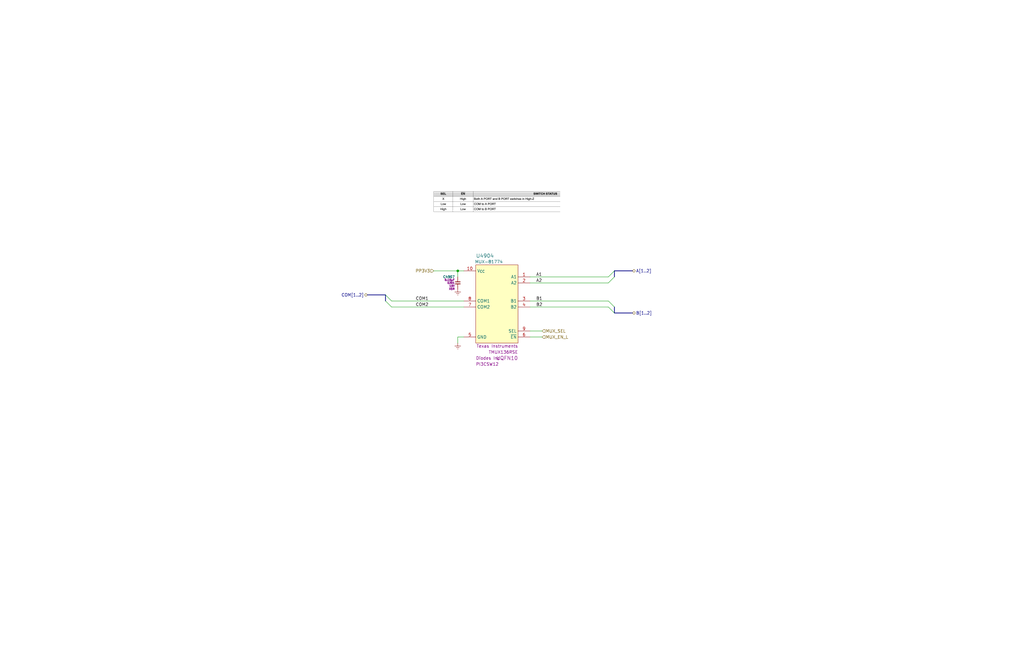
<source format=kicad_sch>
(kicad_sch (version 20231120) (generator "eeschema") (generator_version "8.0")
  (paper "B")
  (title_block (title "${PROJ}") (rev "${REV}") (company "${RPN}") (comment 1 "USBC ROLE MUX FOR DEV"))
  (lib_symbols
    (symbol "Capacitors, ceramic, Murata:CCM-610AA" (pin_numbers hide) (pin_names (offset 0) hide)
      (property "Reference" "C" (at 1.27 2.54 0))
      (property "val" "0.10µF" (at 1.27 1.27 0))
      (property "pkg" "0201" (at 1.27 0 0))
      (property "volt" "10V" (at 1.27 -1.27 0))
      (property "type" "X5R" (at 1.27 -2.54 0))
      (symbol "CCM-610AA_1_1"
        (polyline (pts (xy -1.016 -0.423) (xy 1.016 -0.423)) (stroke (width 0.3302)))
        (polyline (pts (xy -1.016 0.423) (xy 1.016 0.423)) (stroke (width 0.3048)))
        (pin passive line (at 0 2.54 270) (length 2.032) (name "~") (number "1"))
        (pin passive line (at 0 -2.54 90) (length 2.032) (name "~") (number "2"))
      )
    )
    (symbol "Mux and analog switches:MUX-81774"
      (property "Reference" "U" (at -8.89 17.78 0))
      (property "Value" "MUX-81774" (at 8.89 17.78 0))
      (property "mfr" "Texas Instruments" (at -8.89 -17.78 0))
      (property "mpn" "TMUX136RSE" (at -8.89 -20.32 0))
      (property "pkg" "UQFN10" (at -8.89 -27.94 0))
      (property "mfr2" "Diodes Inc" (at -8.89 -22.86 0))
      (property "mpn2" "PI3CSW12" (at -8.89 -25.4 0))
      (symbol "MUX-81774_1_1"
        (rectangle (start -8.89 16.51) (end 8.89 -16.51) (fill (type background)))
        (pin bidirectional line (at 13.97 11.43 180) (length 5.08) (name "A1") (number "1"))
        (pin power_in line (at -13.97 13.97 0) (length 5.08) (name "V_{CC}") (number "10"))
        (pin bidirectional line (at 13.97 8.89 180) (length 5.08) (name "A2") (number "2"))
        (pin bidirectional line (at 13.97 1.27 180) (length 5.08) (name "B1") (number "3"))
        (pin bidirectional line (at 13.97 -1.27 180) (length 5.08) (name "B2") (number "4"))
        (pin power_in line (at -13.97 -13.97 0) (length 5.08) (name "GND") (number "5"))
        (pin input line (at 13.97 -13.97 180) (length 5.08) (name "~{EN}") (number "6"))
        (pin bidirectional line (at -13.97 -1.27 0) (length 5.08) (name "COM2") (number "7"))
        (pin bidirectional line (at -13.97 1.27 0) (length 5.08) (name "COM1") (number "8"))
        (pin input line (at 13.97 -11.43 180) (length 5.08) (name "SEL") (number "9"))
      )
    )
    (symbol "Power:GND" (power) (pin_names (offset 0)) (in_bom no) (on_board no)
      (symbol "GND_0_1"
        (polyline (pts (xy -0.635 -1.905) (xy 0.635 -1.905)))
        (polyline (pts (xy -0.127 -2.54) (xy 0.127 -2.54)))
        (polyline (pts (xy 0 -1.27) (xy 0 0)))
        (polyline (pts (xy 1.27 -1.27) (xy -1.27 -1.27)))
      )
      (symbol "GND_1_1"
        (pin power_in line (at 0 0 270) (length 0) hide (name "GND") (number "1"))
      )
    )
  )
  (junction (at 193.04 114.3))
  (bus_entry (at 259.08 114.3) (size -2.54 2.54))
  (bus_entry (at 162.56 127) (size 2.54 2.54))
  (bus_entry (at 162.56 124.46) (size 2.54 2.54))
  (bus_entry (at 259.08 132.08) (size -2.54 -2.54))
  (bus_entry (at 259.08 116.84) (size -2.54 2.54))
  (bus_entry (at 259.08 129.54) (size -2.54 -2.54))
  (wire (pts (xy 223.52 139.7) (xy 228.6 139.7)))
  (wire (pts (xy 256.54 119.38) (xy 223.52 119.38)))
  (bus (pts (xy 259.08 114.3) (xy 266.7 114.3)))
  (wire (pts (xy 195.58 114.3) (xy 193.04 114.3)))
  (bus (pts (xy 259.08 129.54) (xy 259.08 132.08)))
  (wire (pts (xy 228.6 142.24) (xy 223.52 142.24)))
  (bus (pts (xy 259.08 114.3) (xy 259.08 116.84)))
  (wire (pts (xy 165.1 127) (xy 195.58 127)))
  (wire (pts (xy 193.04 142.24) (xy 193.04 144.78)))
  (bus (pts (xy 154.94 124.46) (xy 162.56 124.46)))
  (wire (pts (xy 165.1 129.54) (xy 195.58 129.54)))
  (wire (pts (xy 193.04 142.24) (xy 195.58 142.24)))
  (wire (pts (xy 223.52 129.54) (xy 256.54 129.54)))
  (wire (pts (xy 256.54 116.84) (xy 223.52 116.84)))
  (bus (pts (xy 259.08 132.08) (xy 266.7 132.08)))
  (wire (pts (xy 193.04 114.3) (xy 182.88 114.3)))
  (wire (pts (xy 193.04 116.84) (xy 193.04 114.3)))
  (wire (pts (xy 223.52 127) (xy 256.54 127)))
  (bus (pts (xy 162.56 124.46) (xy 162.56 127)))
  (image (at 209.55 85.09) (scale 0.247217))
  (label "B1" (at 226.06 127 0))
  (label "B2" (at 226.06 129.54 0))
  (label "A2" (at 226.06 119.38 0))
  (label "COM1" (at 175.26 127 0))
  (label "COM2" (at 175.26 129.54 0))
  (label "A1" (at 226.06 116.84 0))
  (hierarchical_label "MUX_SEL" (shape input) (at 228.6 139.7 0))
  (hierarchical_label "COM[1..2]" (shape bidirectional) (at 154.94 124.46 180))
  (hierarchical_label "PP3V3" (shape input) (at 182.88 114.3 180))
  (hierarchical_label "MUX_EN_L" (shape input) (at 228.6 142.24 0))
  (hierarchical_label "A[1..2]" (shape bidirectional) (at 266.7 114.3 0))
  (hierarchical_label "B[1..2]" (shape bidirectional) (at 266.7 132.08 0))
  (symbol (lib_id "Capacitors, ceramic, Murata:CCM-610AA") (at 193.04 119.38 0) (mirror y) (unit 1)
    (property "Reference" "C4907" (at 191.77 116.84 0) (effects (font (size 1 1)) (justify left)))
    (property "Value" "CCM-610AA" (effects (hide yes)))
    (property "Description" "CAP, ceramic, 0.10µF, 0201, 10V, ±20%, X5R, 0.33 mm" (effects (hide yes)))
    (property "val" "0.10µF" (at 191.77 118.11 0) (effects (font (size 0.8 0.8)) (justify left)))
    (property "pkg" "0201" (at 191.77 119.38 0) (effects (font (size 0.8 0.8)) (justify left)))
    (property "volt" "10V" (at 191.77 120.65 0) (effects (font (size 0.8 0.8)) (justify left)))
    (property "type" "X5R" (at 191.77 121.92 0) (effects (font (size 0.8 0.8)) (justify left)))
    (property "tol" "±20%" (effects (hide yes)))
    (property "height" "0.33mm" (effects (hide yes)))
    (property "mpn" "GRM033R61A104ME15" (effects (hide yes)))
    (property "mfr" "Murata" (effects (hide yes)))
    (property "Sim.Pins" "1=+ 2=-" (effects (hide yes)))
    (property "Sim.Device" "C" (effects (hide yes)))
    (property "Sim.Params" "c=${val}" (effects (hide yes)))
    (instances (project "scampi" (path "" (reference "C4907") (unit 1)) (path "" (reference "C4816") (unit 1))))
  )
  (symbol (lib_id "Power:GND") (at 193.04 144.78 0) (mirror y) (unit 1) (in_bom no) (on_board no)
    (property "Reference" "#PWR05323" (effects (hide yes)))
    (property "Value" "GND" (effects (hide yes)))
    (property "Description" "Power symbol creates a global label with name \"GND\"" (effects (hide yes)))
    (instances (project "scampi" (path "" (reference "#PWR05323") (unit 1)) (path "" (reference "#PWR05202") (unit 1))))
  )
  (symbol (lib_id "Mux and analog switches:MUX-81774") (at 209.55 128.27 0) (unit 1)
    (property "Reference" "U4904" (at 200.66 107.95 0) (effects (font (size 1.524 1.524)) (justify left)))
    (property "Value" "MUX-81774" (at 212.09 110.49 0) (effects (justify right)))
    (property "Datasheet" "https://www.ti.com/lit/ds/symlink/tmux136.pdf?ts=1692786850407&ref_url=https%253A%252F%252Fwww.ti.com%252Fproduct%252FTMUX136" (effects (hide yes)))
    (property "Description" "IC, 6-GHz, 2-Channel, 2:1 Switch, With Power-Off Isolation, I3C-compatible" (effects (hide yes)))
    (property "mfr" "Texas Instruments" (at 218.44 146.05 0) (effects (justify right)))
    (property "mpn" "TMUX136RSE" (at 218.44 148.59 0) (effects (justify right)))
    (property "pkg" "UQFN10" (at 218.44 151.13 0) (effects (font (size 1.524 1.524)) (justify right)))
    (property "height" "0.65mm" (effects (hide yes)))
    (property "mfr2" "Diodes Inc" (at 200.66 151.13 0) (effects (justify left)))
    (property "mpn2" "PI3CSW12" (at 200.66 153.67 0) (effects (justify left)))
    (property "func_bit" ".*1;.*2" (effects (hide yes)))
    (instances (project "scampi" (path "" (reference "U4904") (unit 1)) (path "" (reference "U4803") (unit 1))))
  )
  (symbol (lib_id "Power:GND") (at 193.04 121.92 0) (mirror y) (unit 1) (in_bom no) (on_board no)
    (property "Reference" "#PWR05322" (effects (hide yes)))
    (property "Value" "GND" (effects (hide yes)))
    (property "Description" "Power symbol creates a global label with name \"GND\"" (effects (hide yes)))
    (instances (project "scampi" (path "" (reference "#PWR05322") (unit 1)) (path "" (reference "#PWR05201") (unit 1))))
  )
)
</source>
